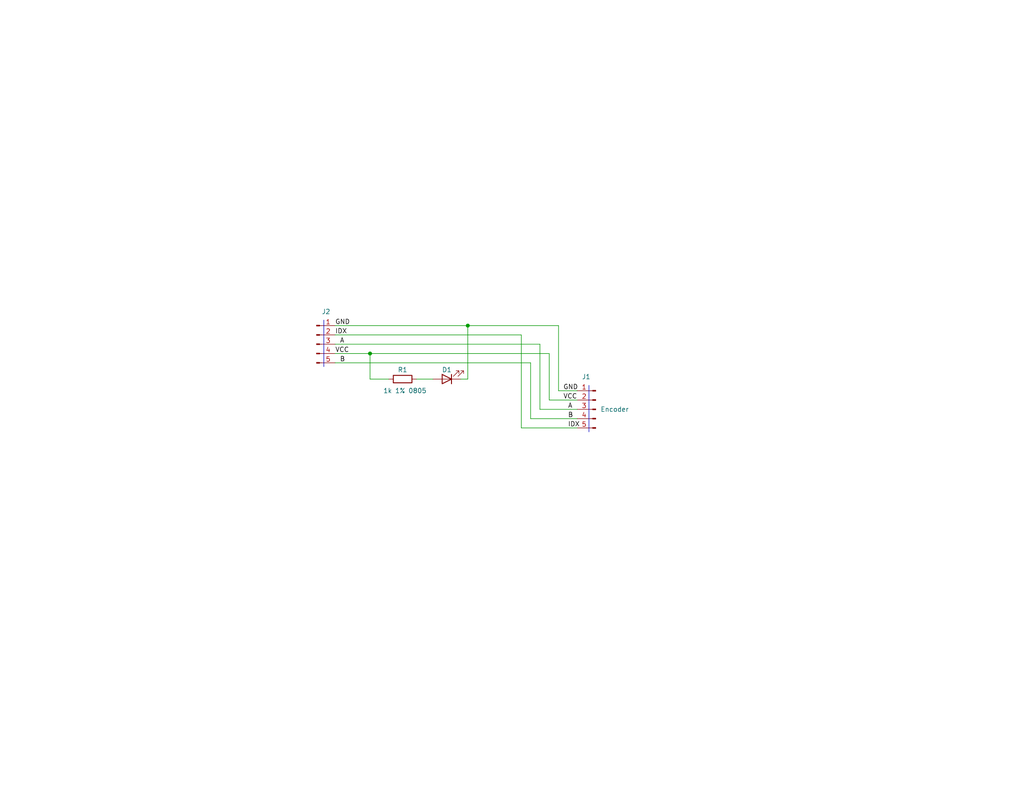
<source format=kicad_sch>
(kicad_sch (version 20230121) (generator eeschema)
  (paper "USLetter")
  (title_block (title "Shaft Encoder Adapter PCB") (date "2022-08-06") (rev "V1") (company "971 Spartan Robotics"))
  (lib_symbols
    (symbol "Connector:Conn_01x05_Male" (pin_names (offset 1.016) hide)
      (property "Reference" "J" (at 0 7.62 0))
      (property "Value" "Conn_01x05_Male" (at 0 -7.62 0))
      (symbol "Conn_01x05_Male_1_1"
        (polyline (pts (xy 1.27 -5.08) (xy 0.8636 -5.08)) (stroke (width 0.1524)))
        (polyline (pts (xy 1.27 -2.54) (xy 0.8636 -2.54)) (stroke (width 0.1524)))
        (polyline (pts (xy 1.27 0) (xy 0.8636 0)) (stroke (width 0.1524)))
        (polyline (pts (xy 1.27 2.54) (xy 0.8636 2.54)) (stroke (width 0.1524)))
        (polyline (pts (xy 1.27 5.08) (xy 0.8636 5.08)) (stroke (width 0.1524)))
        (rectangle (start 0.8636 -4.953) (end 0 -5.207) (stroke (width 0.1524)) (fill (type outline)))
        (rectangle (start 0.8636 -2.413) (end 0 -2.667) (stroke (width 0.1524)) (fill (type outline)))
        (rectangle (start 0.8636 0.127) (end 0 -0.127) (stroke (width 0.1524)) (fill (type outline)))
        (rectangle (start 0.8636 2.667) (end 0 2.413) (stroke (width 0.1524)) (fill (type outline)))
        (rectangle (start 0.8636 5.207) (end 0 4.953) (stroke (width 0.1524)) (fill (type outline)))
        (pin passive line (at 5.08 5.08 180) (length 3.81) (name "Pin_1") (number "1"))
        (pin passive line (at 5.08 2.54 180) (length 3.81) (name "Pin_2") (number "2"))
        (pin passive line (at 5.08 0 180) (length 3.81) (name "Pin_3") (number "3"))
        (pin passive line (at 5.08 -2.54 180) (length 3.81) (name "Pin_4") (number "4"))
        (pin passive line (at 5.08 -5.08 180) (length 3.81) (name "Pin_5") (number "5"))
      )
    )
    (symbol "Device:LED" (pin_numbers hide) (pin_names (offset 1.016) hide)
      (property "Reference" "D" (at 0 2.54 0))
      (property "Value" "LED" (at 0 -2.54 0))
      (symbol "LED_0_1"
        (polyline (pts (xy -1.27 -1.27) (xy -1.27 1.27)) (stroke (width 0.254)))
        (polyline (pts (xy -1.27 0) (xy 1.27 0)))
        (polyline (pts (xy 1.27 -1.27) (xy 1.27 1.27) (xy -1.27 0) (xy 1.27 -1.27)) (stroke (width 0.254)))
        (polyline (pts (xy -3.048 -0.762) (xy -4.572 -2.286) (xy -3.81 -2.286) (xy -4.572 -2.286) (xy -4.572 -1.524)))
        (polyline (pts (xy -1.778 -0.762) (xy -3.302 -2.286) (xy -2.54 -2.286) (xy -3.302 -2.286) (xy -3.302 -1.524)))
      )
      (symbol "LED_1_1"
        (pin passive line (at -3.81 0 0) (length 2.54) (name "K") (number "1"))
        (pin passive line (at 3.81 0 180) (length 2.54) (name "A") (number "2"))
      )
    )
    (symbol "Device:R" (pin_numbers hide) (pin_names (offset 0))
      (property "Reference" "R" (at 2.032 0 90))
      (property "Value" "R" (at 0 0 90))
      (symbol "R_0_1"
        (rectangle (start -1.016 -2.54) (end 1.016 2.54) (stroke (width 0.254)))
      )
      (symbol "R_1_1"
        (pin passive line (at 0 3.81 270) (length 1.27) (name "~") (number "1"))
        (pin passive line (at 0 -3.81 90) (length 1.27) (name "~") (number "2"))
      )
    )
  )
  (junction (at 127.635 88.9))
  (junction (at 100.965 96.52))
  (wire (pts (xy 144.78 114.3) (xy 157.48 114.3)))
  (polyline (pts (xy 88.3597 87.3967) (xy 88.3597 100.0967)) (stroke (width 0) (type solid)))
  (wire (pts (xy 113.665 103.505) (xy 118.11 103.505)))
  (wire (pts (xy 149.86 109.22) (xy 149.86 96.52)))
  (wire (pts (xy 91.44 96.52) (xy 100.965 96.52)))
  (wire (pts (xy 147.32 111.76) (xy 157.48 111.76)))
  (wire (pts (xy 127.635 88.9) (xy 127.635 103.505)))
  (wire (pts (xy 149.86 109.22) (xy 157.48 109.22)))
  (wire (pts (xy 152.4 106.68) (xy 157.48 106.68)))
  (wire (pts (xy 100.965 96.52) (xy 100.965 103.505)))
  (wire (pts (xy 147.32 111.76) (xy 147.32 93.98)))
  (wire (pts (xy 100.965 96.52) (xy 149.86 96.52)))
  (wire (pts (xy 91.44 91.44) (xy 142.24 91.44)))
  (wire (pts (xy 152.4 88.9) (xy 152.4 106.68)))
  (wire (pts (xy 144.78 114.3) (xy 144.78 99.06)))
  (wire (pts (xy 142.24 91.44) (xy 142.24 116.84)))
  (wire (pts (xy 91.44 93.98) (xy 147.32 93.98)))
  (wire (pts (xy 91.44 88.9) (xy 127.635 88.9)))
  (wire (pts (xy 91.44 99.06) (xy 144.78 99.06)))
  (wire (pts (xy 127.635 88.9) (xy 152.4 88.9)))
  (wire (pts (xy 127.635 103.505) (xy 125.73 103.505)))
  (polyline (pts (xy 160.6952 105.21) (xy 160.6952 117.91)) (stroke (width 0) (type solid)))
  (wire (pts (xy 100.965 103.505) (xy 106.045 103.505)))
  (wire (pts (xy 142.24 116.84) (xy 157.48 116.84)))
  (label "A" (at 92.71 93.98 0))
  (label "VCC" (at 153.67 109.22 0))
  (label "IDX" (at 91.44 91.44 0))
  (label "B" (at 92.71 99.06 0))
  (label "GND" (at 153.67 106.68 0))
  (label "IDX" (at 154.94 116.84 0))
  (label "B" (at 154.94 114.3 0))
  (label "GND" (at 91.44 88.9 0))
  (label "A" (at 154.94 111.76 0))
  (label "VCC" (at 91.44 96.52 0))
  (symbol (lib_id "Connector:Conn_01x05_Male") (at 162.56 111.76 0) (mirror y) (unit 1)
    (property "Reference" "J1" (at 158.75 102.87 0) (effects (justify right)))
    (property "Value" "Encoder" (at 163.83 111.7599 0) (effects (justify right)))
    (property "Footprint" "encoder_adapter:MOLEX_0705410074" (effects hide))
    (property "MFG" "Molex" (effects hide))
    (property "MFG P/N" "0705410074" (effects hide))
    (property "DIST" "Digikey" (effects hide))
    (property "DIST P/N" "WM20416-ND" (effects hide))
  )
  (symbol (lib_id "Device:R") (at 109.855 103.505 90) (unit 1)
    (property "Reference" "R1" (at 109.855 100.965 90))
    (property "Value" "1k 1% 0805" (at 110.49 106.68 90))
    (property "Footprint" "Resistor_SMD:R_0805_2012Metric" (effects hide))
    (property "MFG" "YAGEO" (effects hide))
    (property "MFG P/N" "RC0805FR-071KL" (effects hide))
    (property "DIST" "Digikey" (effects hide))
    (property "DIST P/N" "311-1.00KCRCT-ND" (effects hide))
  )
  (symbol (lib_id "Device:LED") (at 121.92 103.505 180) (unit 1)
    (property "Reference" "D1" (at 121.92 100.965 0))
    (property "Value" "LED" (effects hide))
    (property "Footprint" "LED_SMD:LED_1206_3216Metric" (effects hide))
    (property "MFG P/N" "QTLP650D4TR" (effects hide))
    (property "MFG" "Everlight Electronics Co Ltd" (effects hide))
    (property "DIST" "Digikey" (effects hide))
    (property "DIST P/N" "1080-1419-1-ND" (effects hide))
  )
  (symbol (lib_id "Connector:Conn_01x05_Male") (at 86.36 93.98 0) (unit 1) (in_bom no)
    (property "Reference" "J2" (at 90.17 85.09 0) (effects (justify right)))
    (property "Value" "Conn_01x05_Male" (effects hide))
    (property "Footprint" "Connector_PinHeader_2.54mm:PinHeader_1x05_P2.54mm_Vertical" (effects hide))
  )
)
</source>
